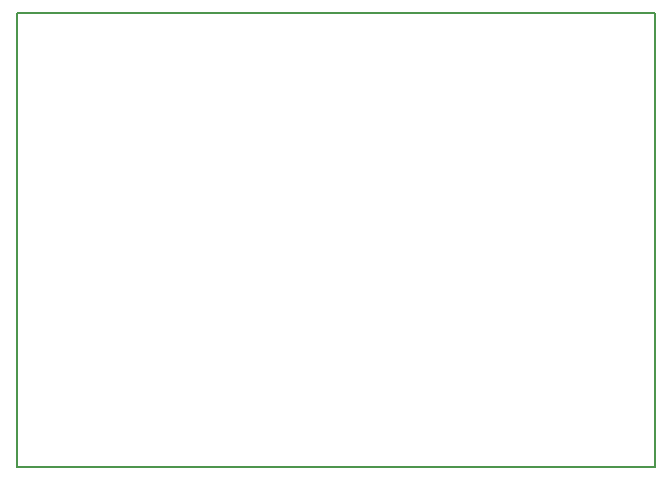
<source format=gm1>
G04 #@! TF.GenerationSoftware,KiCad,Pcbnew,8.0.9*
G04 #@! TF.CreationDate,2025-06-24T22:52:29+09:00*
G04 #@! TF.ProjectId,scsi_d25p50k_adapter,73637369-5f64-4323-9570-35306b5f6164,rev?*
G04 #@! TF.SameCoordinates,Original*
G04 #@! TF.FileFunction,Profile,NP*
%FSLAX46Y46*%
G04 Gerber Fmt 4.6, Leading zero omitted, Abs format (unit mm)*
G04 Created by KiCad (PCBNEW 8.0.9) date 2025-06-24 22:52:29*
%MOMM*%
%LPD*%
G01*
G04 APERTURE LIST*
G04 #@! TA.AperFunction,Profile*
%ADD10C,0.200000*%
G04 #@! TD*
G04 APERTURE END LIST*
D10*
X118500000Y-86500000D02*
X172500000Y-86500000D01*
X172500000Y-125000000D01*
X118500000Y-125000000D01*
X118500000Y-86500000D01*
M02*

</source>
